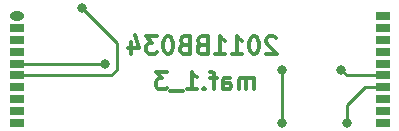
<source format=gbr>
G04 #@! TF.GenerationSoftware,KiCad,Pcbnew,(5.0.0)*
G04 #@! TF.CreationDate,2019-04-19T16:06:08+03:00*
G04 #@! TF.ProjectId,can_adapter,63616E5F616461707465722E6B696361,rev?*
G04 #@! TF.SameCoordinates,Original*
G04 #@! TF.FileFunction,Copper,L2,Bot,Signal*
G04 #@! TF.FilePolarity,Positive*
%FSLAX46Y46*%
G04 Gerber Fmt 4.6, Leading zero omitted, Abs format (unit mm)*
G04 Created by KiCad (PCBNEW (5.0.0)) date 04/19/19 16:06:08*
%MOMM*%
%LPD*%
G01*
G04 APERTURE LIST*
G04 #@! TA.AperFunction,NonConductor*
%ADD10C,0.300000*%
G04 #@! TD*
G04 #@! TA.AperFunction,ComponentPad*
%ADD11R,1.200000X0.800000*%
G04 #@! TD*
G04 #@! TA.AperFunction,ComponentPad*
%ADD12O,1.200000X0.800000*%
G04 #@! TD*
G04 #@! TA.AperFunction,ViaPad*
%ADD13C,0.800000*%
G04 #@! TD*
G04 #@! TA.AperFunction,Conductor*
%ADD14C,0.250000*%
G04 #@! TD*
G04 APERTURE END LIST*
D10*
X180607142Y-56178571D02*
X180607142Y-55178571D01*
X180607142Y-55321428D02*
X180535714Y-55250000D01*
X180392857Y-55178571D01*
X180178571Y-55178571D01*
X180035714Y-55250000D01*
X179964285Y-55392857D01*
X179964285Y-56178571D01*
X179964285Y-55392857D02*
X179892857Y-55250000D01*
X179750000Y-55178571D01*
X179535714Y-55178571D01*
X179392857Y-55250000D01*
X179321428Y-55392857D01*
X179321428Y-56178571D01*
X177964285Y-56178571D02*
X177964285Y-55392857D01*
X178035714Y-55250000D01*
X178178571Y-55178571D01*
X178464285Y-55178571D01*
X178607142Y-55250000D01*
X177964285Y-56107142D02*
X178107142Y-56178571D01*
X178464285Y-56178571D01*
X178607142Y-56107142D01*
X178678571Y-55964285D01*
X178678571Y-55821428D01*
X178607142Y-55678571D01*
X178464285Y-55607142D01*
X178107142Y-55607142D01*
X177964285Y-55535714D01*
X177464285Y-55178571D02*
X176892857Y-55178571D01*
X177250000Y-56178571D02*
X177250000Y-54892857D01*
X177178571Y-54750000D01*
X177035714Y-54678571D01*
X176892857Y-54678571D01*
X176392857Y-56035714D02*
X176321428Y-56107142D01*
X176392857Y-56178571D01*
X176464285Y-56107142D01*
X176392857Y-56035714D01*
X176392857Y-56178571D01*
X174892857Y-56178571D02*
X175750000Y-56178571D01*
X175321428Y-56178571D02*
X175321428Y-54678571D01*
X175464285Y-54892857D01*
X175607142Y-55035714D01*
X175750000Y-55107142D01*
X174607142Y-56321428D02*
X173464285Y-56321428D01*
X173250000Y-54678571D02*
X172321428Y-54678571D01*
X172821428Y-55250000D01*
X172607142Y-55250000D01*
X172464285Y-55321428D01*
X172392857Y-55392857D01*
X172321428Y-55535714D01*
X172321428Y-55892857D01*
X172392857Y-56035714D01*
X172464285Y-56107142D01*
X172607142Y-56178571D01*
X173035714Y-56178571D01*
X173178571Y-56107142D01*
X173250000Y-56035714D01*
X182464285Y-51821428D02*
X182392857Y-51750000D01*
X182250000Y-51678571D01*
X181892857Y-51678571D01*
X181750000Y-51750000D01*
X181678571Y-51821428D01*
X181607142Y-51964285D01*
X181607142Y-52107142D01*
X181678571Y-52321428D01*
X182535714Y-53178571D01*
X181607142Y-53178571D01*
X180678571Y-51678571D02*
X180535714Y-51678571D01*
X180392857Y-51750000D01*
X180321428Y-51821428D01*
X180250000Y-51964285D01*
X180178571Y-52250000D01*
X180178571Y-52607142D01*
X180250000Y-52892857D01*
X180321428Y-53035714D01*
X180392857Y-53107142D01*
X180535714Y-53178571D01*
X180678571Y-53178571D01*
X180821428Y-53107142D01*
X180892857Y-53035714D01*
X180964285Y-52892857D01*
X181035714Y-52607142D01*
X181035714Y-52250000D01*
X180964285Y-51964285D01*
X180892857Y-51821428D01*
X180821428Y-51750000D01*
X180678571Y-51678571D01*
X178750000Y-53178571D02*
X179607142Y-53178571D01*
X179178571Y-53178571D02*
X179178571Y-51678571D01*
X179321428Y-51892857D01*
X179464285Y-52035714D01*
X179607142Y-52107142D01*
X177321428Y-53178571D02*
X178178571Y-53178571D01*
X177750000Y-53178571D02*
X177750000Y-51678571D01*
X177892857Y-51892857D01*
X178035714Y-52035714D01*
X178178571Y-52107142D01*
X176178571Y-52392857D02*
X175964285Y-52464285D01*
X175892857Y-52535714D01*
X175821428Y-52678571D01*
X175821428Y-52892857D01*
X175892857Y-53035714D01*
X175964285Y-53107142D01*
X176107142Y-53178571D01*
X176678571Y-53178571D01*
X176678571Y-51678571D01*
X176178571Y-51678571D01*
X176035714Y-51750000D01*
X175964285Y-51821428D01*
X175892857Y-51964285D01*
X175892857Y-52107142D01*
X175964285Y-52250000D01*
X176035714Y-52321428D01*
X176178571Y-52392857D01*
X176678571Y-52392857D01*
X174678571Y-52392857D02*
X174464285Y-52464285D01*
X174392857Y-52535714D01*
X174321428Y-52678571D01*
X174321428Y-52892857D01*
X174392857Y-53035714D01*
X174464285Y-53107142D01*
X174607142Y-53178571D01*
X175178571Y-53178571D01*
X175178571Y-51678571D01*
X174678571Y-51678571D01*
X174535714Y-51750000D01*
X174464285Y-51821428D01*
X174392857Y-51964285D01*
X174392857Y-52107142D01*
X174464285Y-52250000D01*
X174535714Y-52321428D01*
X174678571Y-52392857D01*
X175178571Y-52392857D01*
X173392857Y-51678571D02*
X173250000Y-51678571D01*
X173107142Y-51750000D01*
X173035714Y-51821428D01*
X172964285Y-51964285D01*
X172892857Y-52250000D01*
X172892857Y-52607142D01*
X172964285Y-52892857D01*
X173035714Y-53035714D01*
X173107142Y-53107142D01*
X173250000Y-53178571D01*
X173392857Y-53178571D01*
X173535714Y-53107142D01*
X173607142Y-53035714D01*
X173678571Y-52892857D01*
X173750000Y-52607142D01*
X173750000Y-52250000D01*
X173678571Y-51964285D01*
X173607142Y-51821428D01*
X173535714Y-51750000D01*
X173392857Y-51678571D01*
X172392857Y-51678571D02*
X171464285Y-51678571D01*
X171964285Y-52250000D01*
X171750000Y-52250000D01*
X171607142Y-52321428D01*
X171535714Y-52392857D01*
X171464285Y-52535714D01*
X171464285Y-52892857D01*
X171535714Y-53035714D01*
X171607142Y-53107142D01*
X171750000Y-53178571D01*
X172178571Y-53178571D01*
X172321428Y-53107142D01*
X172392857Y-53035714D01*
X170178571Y-52178571D02*
X170178571Y-53178571D01*
X170535714Y-51607142D02*
X170892857Y-52678571D01*
X169964285Y-52678571D01*
D11*
G04 #@! TO.P,A1,10B*
G04 #@! TO.N,Net-(A1-Pad10B)*
X191500000Y-50000000D03*
G04 #@! TO.P,A1,9B*
G04 #@! TO.N,Net-(A1-Pad8B)*
X191500000Y-51000000D03*
G04 #@! TO.P,A1,8B*
X191500000Y-52000000D03*
G04 #@! TO.P,A1,7B*
G04 #@! TO.N,Net-(A1-Pad7B)*
X191500000Y-53000000D03*
G04 #@! TO.P,A1,6B*
G04 #@! TO.N,Net-(A1-Pad6B)*
X191500000Y-54000000D03*
G04 #@! TO.P,A1,5B*
G04 #@! TO.N,Net-(A1-Pad5B)*
X191500000Y-55000000D03*
G04 #@! TO.P,A1,4B*
G04 #@! TO.N,Net-(A1-Pad4B)*
X191500000Y-56000000D03*
G04 #@! TO.P,A1,3B*
G04 #@! TO.N,Net-(A1-Pad2B)*
X191500000Y-57000000D03*
G04 #@! TO.P,A1,2B*
X191500000Y-58000000D03*
G04 #@! TO.P,A1,10A*
G04 #@! TO.N,Net-(A1-Pad10A)*
X160500000Y-59000000D03*
G04 #@! TO.P,A1,9A*
G04 #@! TO.N,Net-(A1-Pad9A)*
X160500000Y-58000000D03*
G04 #@! TO.P,A1,8A*
G04 #@! TO.N,Net-(A1-Pad7A)*
X160500000Y-57000000D03*
G04 #@! TO.P,A1,7A*
X160500000Y-56000000D03*
G04 #@! TO.P,A1,6A*
G04 #@! TO.N,Net-(A1-Pad6A)*
X160500000Y-55000000D03*
G04 #@! TO.P,A1,5A*
G04 #@! TO.N,Net-(A1-Pad5A)*
X160500000Y-54000000D03*
G04 #@! TO.P,A1,4A*
G04 #@! TO.N,Net-(A1-Pad4A)*
X160500000Y-53000000D03*
G04 #@! TO.P,A1,3A*
G04 #@! TO.N,Net-(A1-Pad2A)*
X160500000Y-52000000D03*
G04 #@! TO.P,A1,2A*
X160500000Y-51000000D03*
G04 #@! TO.P,A1,1B*
G04 #@! TO.N,Net-(A1-Pad1B)*
X191500000Y-59000000D03*
D12*
G04 #@! TO.P,A1,1A*
G04 #@! TO.N,Net-(A1-Pad1A)*
X160500000Y-50000000D03*
G04 #@! TD*
D13*
G04 #@! TO.N,Net-(A1-Pad5A)*
X168000000Y-54000000D03*
G04 #@! TO.N,Net-(A1-Pad5B)*
X188000000Y-54500000D03*
G04 #@! TO.N,Net-(A1-Pad4B)*
X188500000Y-59000000D03*
G04 #@! TO.N,Net-(A1-Pad6A)*
X166000000Y-49250000D03*
G04 #@! TO.N,Net-(HL3-Pad1)*
X183000000Y-59035000D03*
X183000000Y-54500000D03*
G04 #@! TD*
D14*
G04 #@! TO.N,Net-(A1-Pad5A)*
X168000000Y-54000000D02*
X160500000Y-54000000D01*
G04 #@! TO.N,Net-(A1-Pad5B)*
X191500000Y-55000000D02*
X188500000Y-55000000D01*
X188500000Y-55000000D02*
X188000000Y-54500000D01*
G04 #@! TO.N,Net-(A1-Pad4B)*
X191500000Y-56000000D02*
X190000000Y-56000000D01*
X190000000Y-56000000D02*
X188500000Y-57500000D01*
X188500000Y-57500000D02*
X188500000Y-59000000D01*
G04 #@! TO.N,Net-(A1-Pad6A)*
X169000000Y-52250000D02*
X166000000Y-49250000D01*
X169000000Y-54500000D02*
X169000000Y-52250000D01*
X168500000Y-55000000D02*
X169000000Y-54500000D01*
X160500000Y-55000000D02*
X168500000Y-55000000D01*
G04 #@! TO.N,Net-(HL3-Pad1)*
X183000000Y-59035000D02*
X183000000Y-54500000D01*
G04 #@! TD*
M02*

</source>
